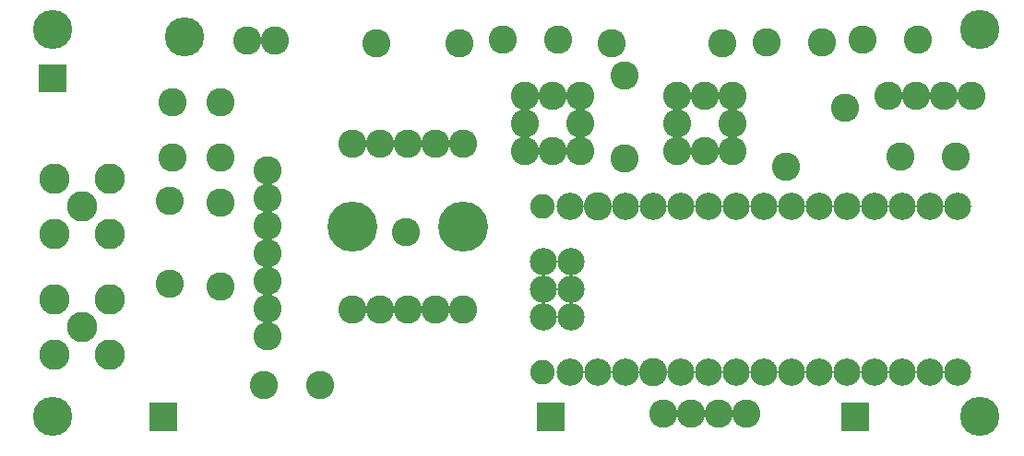
<source format=gbr>
%FSLAX34Y34*%
%MOMM*%
%LNSOLDERMASK_TOP*%
G71*
G01*
%ADD10C,2.500*%
%ADD11C,2.250*%
%ADD12C,2.600*%
%ADD13C,2.800*%
%ADD14C,2.600*%
%ADD15C,4.600*%
%ADD16C,3.600*%
%LPD*%
X500221Y60241D02*
G54D10*
D03*
X525621Y60241D02*
G54D10*
D03*
X551021Y60241D02*
G54D10*
D03*
X576421Y60241D02*
G54D10*
D03*
X601821Y60241D02*
G54D10*
D03*
X627221Y60241D02*
G54D10*
D03*
X652621Y60241D02*
G54D10*
D03*
X678021Y60241D02*
G54D10*
D03*
X703421Y60241D02*
G54D10*
D03*
X728821Y60241D02*
G54D10*
D03*
X754221Y60241D02*
G54D10*
D03*
X779621Y60241D02*
G54D10*
D03*
X805021Y60241D02*
G54D10*
D03*
X830421Y60241D02*
G54D10*
D03*
X855821Y60241D02*
G54D10*
D03*
X500221Y212641D02*
G54D10*
D03*
X525621Y212641D02*
G54D10*
D03*
X551021Y212641D02*
G54D10*
D03*
X576421Y212641D02*
G54D10*
D03*
X601821Y212641D02*
G54D10*
D03*
X627221Y212641D02*
G54D10*
D03*
X652621Y212641D02*
G54D10*
D03*
X678021Y212641D02*
G54D10*
D03*
X703421Y212641D02*
G54D10*
D03*
X728821Y212641D02*
G54D10*
D03*
X754221Y212641D02*
G54D10*
D03*
X779621Y212641D02*
G54D10*
D03*
X805021Y212641D02*
G54D10*
D03*
X830421Y212641D02*
G54D10*
D03*
X855821Y212641D02*
G54D10*
D03*
X474980Y212800D02*
G54D11*
D03*
X474980Y60400D02*
G54D11*
D03*
X501237Y161587D02*
G54D10*
D03*
X475837Y161587D02*
G54D10*
D03*
X501237Y136187D02*
G54D10*
D03*
X475837Y136187D02*
G54D10*
D03*
X501237Y110787D02*
G54D10*
D03*
X475837Y110787D02*
G54D10*
D03*
X398780Y361900D02*
G54D12*
D03*
X322580Y361900D02*
G54D12*
D03*
X203655Y364475D02*
G54D12*
D03*
X229155Y364475D02*
G54D12*
D03*
X27280Y238175D02*
G54D13*
D03*
X78080Y238175D02*
G54D13*
D03*
X52680Y212775D02*
G54D13*
D03*
X78080Y187375D02*
G54D13*
D03*
X27280Y187375D02*
G54D13*
D03*
X792321Y314241D02*
G54D12*
D03*
X817721Y314241D02*
G54D12*
D03*
X843121Y314241D02*
G54D12*
D03*
X868521Y314241D02*
G54D12*
D03*
X222760Y93301D02*
G54D12*
D03*
X222760Y118701D02*
G54D12*
D03*
X222760Y144101D02*
G54D12*
D03*
X222760Y169501D02*
G54D12*
D03*
X222760Y194901D02*
G54D12*
D03*
X222760Y220301D02*
G54D12*
D03*
X222760Y245701D02*
G54D12*
D03*
X300196Y269791D02*
G54D14*
D03*
X325596Y269791D02*
G54D14*
D03*
X350996Y269791D02*
G54D14*
D03*
X376396Y269791D02*
G54D14*
D03*
X401796Y269791D02*
G54D14*
D03*
X401796Y269791D02*
G54D14*
D03*
X401796Y193591D02*
G54D15*
D03*
X300196Y269791D02*
G54D14*
D03*
X300196Y193591D02*
G54D12*
D03*
X300196Y117391D02*
G54D14*
D03*
X300196Y117391D02*
G54D14*
D03*
X325596Y117391D02*
G54D14*
D03*
X350996Y117391D02*
G54D14*
D03*
X376396Y117391D02*
G54D14*
D03*
X300196Y193591D02*
G54D15*
D03*
X27280Y127050D02*
G54D13*
D03*
X78080Y127050D02*
G54D13*
D03*
X52680Y101650D02*
G54D13*
D03*
X78080Y76250D02*
G54D13*
D03*
X27280Y76250D02*
G54D13*
D03*
X458946Y314241D02*
G54D12*
D03*
X484346Y314241D02*
G54D12*
D03*
X509746Y314241D02*
G54D12*
D03*
X509746Y314241D02*
G54D12*
D03*
X509746Y288841D02*
G54D12*
D03*
X509746Y263441D02*
G54D12*
D03*
X458946Y263441D02*
G54D12*
D03*
X484346Y263441D02*
G54D12*
D03*
X509746Y263441D02*
G54D12*
D03*
X458946Y314241D02*
G54D12*
D03*
X458946Y288841D02*
G54D12*
D03*
X458946Y263441D02*
G54D12*
D03*
X438045Y365657D02*
G54D12*
D03*
X489026Y365770D02*
G54D12*
D03*
X538480Y361900D02*
G54D12*
D03*
X640080Y361900D02*
G54D12*
D03*
X731666Y363225D02*
G54D12*
D03*
X680685Y363113D02*
G54D12*
D03*
X768245Y365657D02*
G54D12*
D03*
X819226Y365770D02*
G54D12*
D03*
X179682Y308024D02*
G54D12*
D03*
X179794Y257043D02*
G54D12*
D03*
X135232Y308024D02*
G54D12*
D03*
X135344Y257043D02*
G54D12*
D03*
X179071Y139203D02*
G54D12*
D03*
X179122Y215453D02*
G54D12*
D03*
X132582Y141362D02*
G54D12*
D03*
X132632Y217612D02*
G54D12*
D03*
X853963Y258284D02*
G54D12*
D03*
X802982Y258171D02*
G54D12*
D03*
X219496Y48455D02*
G54D12*
D03*
X270476Y48567D02*
G54D12*
D03*
X550546Y256678D02*
G54D12*
D03*
X550596Y332928D02*
G54D12*
D03*
X222760Y118701D02*
G54D12*
D03*
X868521Y314241D02*
G54D12*
D03*
X489026Y365770D02*
G54D12*
D03*
X731666Y363225D02*
G54D12*
D03*
X819226Y365770D02*
G54D12*
D03*
X550596Y332928D02*
G54D12*
D03*
X802982Y258171D02*
G54D12*
D03*
X270476Y48567D02*
G54D12*
D03*
X350996Y269791D02*
G54D12*
D03*
X376396Y117391D02*
G54D12*
D03*
X401796Y117391D02*
G54D12*
D03*
X300196Y117391D02*
G54D12*
D03*
X350996Y117391D02*
G54D12*
D03*
X300196Y269791D02*
G54D12*
D03*
X401796Y269791D02*
G54D12*
D03*
X135344Y257043D02*
G54D12*
D03*
X179794Y257043D02*
G54D12*
D03*
X576421Y60241D02*
G54D12*
D03*
X525621Y212641D02*
G54D12*
D03*
X349760Y188551D02*
G54D12*
D03*
X598646Y314241D02*
G54D12*
D03*
X598646Y288841D02*
G54D12*
D03*
X598646Y263441D02*
G54D12*
D03*
X649446Y314241D02*
G54D12*
D03*
X624046Y314241D02*
G54D12*
D03*
X598646Y314241D02*
G54D12*
D03*
X649446Y314241D02*
G54D12*
D03*
X649446Y288841D02*
G54D12*
D03*
X649446Y263441D02*
G54D12*
D03*
X649446Y263441D02*
G54D12*
D03*
X624046Y263441D02*
G54D12*
D03*
X598646Y263441D02*
G54D12*
D03*
X698796Y248889D02*
G54D12*
D03*
X752749Y302771D02*
G54D12*
D03*
X752749Y302771D02*
G54D12*
D03*
G36*
X12400Y343150D02*
X38400Y343150D01*
X38400Y317150D01*
X12400Y317150D01*
X12400Y343150D01*
G37*
G36*
X469600Y32000D02*
X495600Y32000D01*
X495600Y6000D01*
X469600Y6000D01*
X469600Y32000D01*
G37*
G36*
X749000Y32000D02*
X775000Y32000D01*
X775000Y6000D01*
X749000Y6000D01*
X749000Y32000D01*
G37*
G36*
X114000Y32000D02*
X140000Y32000D01*
X140000Y6000D01*
X114000Y6000D01*
X114000Y32000D01*
G37*
X25400Y374600D02*
G54D16*
D03*
X25400Y19000D02*
G54D16*
D03*
X876300Y19000D02*
G54D16*
D03*
X876300Y374600D02*
G54D16*
D03*
X636746Y22141D02*
G54D12*
D03*
X611346Y22141D02*
G54D12*
D03*
X585946Y22141D02*
G54D12*
D03*
X662146Y22141D02*
G54D12*
D03*
X636746Y22141D02*
G54D12*
D03*
X611346Y22141D02*
G54D12*
D03*
X146050Y368250D02*
G54D16*
D03*
M02*

</source>
